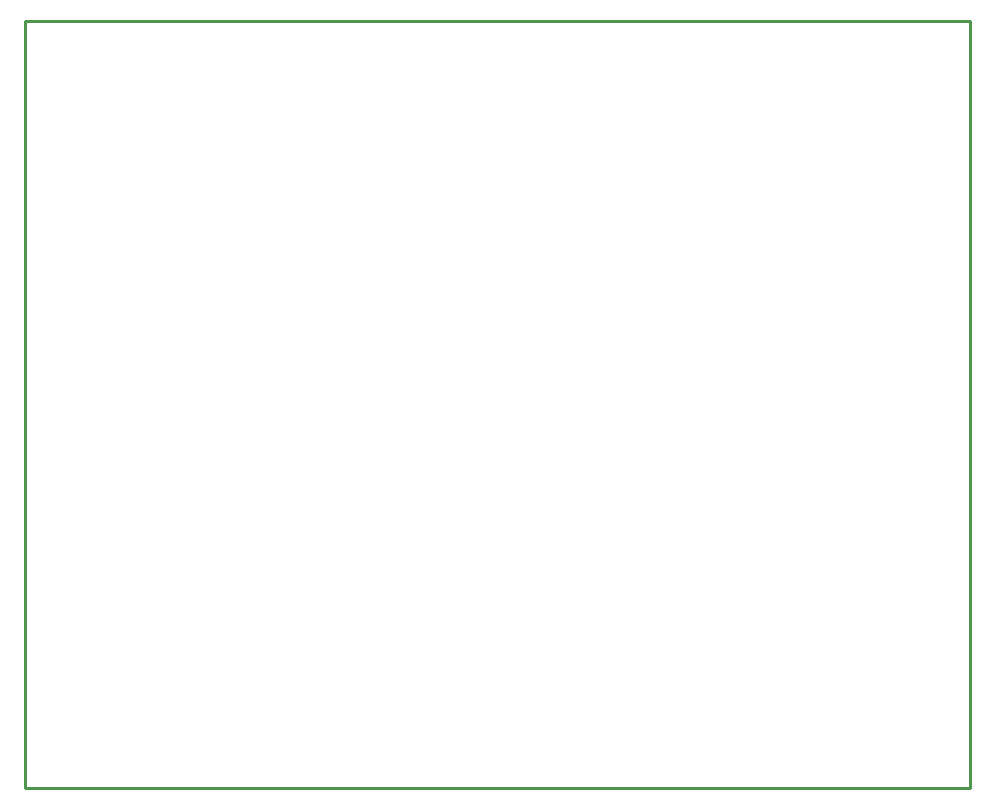
<source format=gbr>
%TF.GenerationSoftware,KiCad,Pcbnew,7.0.9-7.0.9~ubuntu22.04.1*%
%TF.CreationDate,2024-07-19T15:24:13+03:00*%
%TF.ProjectId,RP2040pc_Rev_B,52503230-3430-4706-935f-5265765f422e,B*%
%TF.SameCoordinates,PX68e7780PY7735940*%
%TF.FileFunction,Profile,NP*%
%FSLAX46Y46*%
G04 Gerber Fmt 4.6, Leading zero omitted, Abs format (unit mm)*
G04 Created by KiCad (PCBNEW 7.0.9-7.0.9~ubuntu22.04.1) date 2024-07-19 15:24:13*
%MOMM*%
%LPD*%
G01*
G04 APERTURE LIST*
%TA.AperFunction,Profile*%
%ADD10C,0.254000*%
%TD*%
G04 APERTURE END LIST*
D10*
X0Y65000000D02*
X80000000Y65000000D01*
X80000000Y0D01*
X0Y0D01*
X0Y65000000D01*
M02*

</source>
